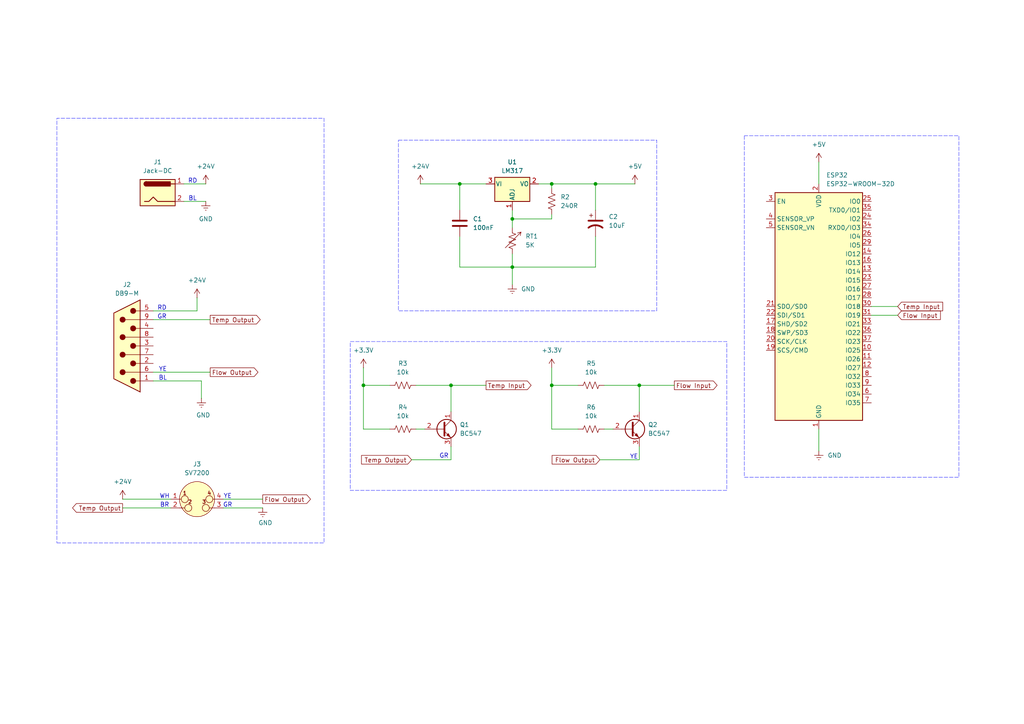
<source format=kicad_sch>
(kicad_sch (version 20250114) (generator "eeschema") (generator_version "9.0")
  (paper "A4")
  (title_block (title "Interface SV7200") (date "2025-05-13") (rev "Jorge Santos") (company "EQUIPACK | Equipamentos e Matérias Primas Industriais, LDA"))
  (lib_symbols
    (symbol "Connector:DE9_Pins" (pin_names (offset 1.016) (hide yes))
      (property "Reference" "J" (at 0 13.97 0))
      (property "Value" "DE9_Pins" (at 0 -14.605 0))
      (symbol "DE9_Pins_0_1"
        (polyline (pts (xy -3.81 10.16) (xy -2.54 10.16)))
        (polyline (pts (xy -3.81 7.62) (xy 0.508 7.62)))
        (polyline (pts (xy -3.81 5.08) (xy -2.54 5.08)))
        (polyline (pts (xy -3.81 2.54) (xy 0.508 2.54)))
        (polyline (pts (xy -3.81 0) (xy -2.54 0)))
        (polyline (pts (xy -3.81 -2.54) (xy 0.508 -2.54)))
        (polyline (pts (xy -3.81 -5.08) (xy -2.54 -5.08)))
        (polyline (pts (xy -3.81 -7.62) (xy 0.508 -7.62)))
        (polyline (pts (xy -3.81 -10.16) (xy -2.54 -10.16)))
        (polyline (pts (xy -3.81 -13.335) (xy -3.81 13.335) (xy 3.81 9.525) (xy 3.81 -9.525) (xy -3.81 -13.335)) (stroke (width 0.254)) (fill (type background)))
        (circle (center -1.778 10.16) (radius 0.762) (fill (type outline)))
        (circle (center -1.778 5.08) (radius 0.762) (fill (type outline)))
        (circle (center -1.778 0) (radius 0.762) (fill (type outline)))
        (circle (center -1.778 -5.08) (radius 0.762) (fill (type outline)))
        (circle (center -1.778 -10.16) (radius 0.762) (fill (type outline)))
        (circle (center 1.27 7.62) (radius 0.762) (fill (type outline)))
        (circle (center 1.27 2.54) (radius 0.762) (fill (type outline)))
        (circle (center 1.27 -2.54) (radius 0.762) (fill (type outline)))
        (circle (center 1.27 -7.62) (radius 0.762) (fill (type outline)))
      )
      (symbol "DE9_Pins_1_1"
        (pin passive line (at -7.62 10.16 0) (length 3.81) (name "5") (number "5"))
        (pin passive line (at -7.62 7.62 0) (length 3.81) (name "9") (number "9"))
        (pin passive line (at -7.62 5.08 0) (length 3.81) (name "4") (number "4"))
        (pin passive line (at -7.62 2.54 0) (length 3.81) (name "8") (number "8"))
        (pin passive line (at -7.62 0 0) (length 3.81) (name "3") (number "3"))
        (pin passive line (at -7.62 -2.54 0) (length 3.81) (name "7") (number "7"))
        (pin passive line (at -7.62 -5.08 0) (length 3.81) (name "2") (number "2"))
        (pin passive line (at -7.62 -7.62 0) (length 3.81) (name "6") (number "6"))
        (pin passive line (at -7.62 -10.16 0) (length 3.81) (name "1") (number "1"))
      )
    )
    (symbol "Connector:Jack-DC" (pin_names (offset 1.016))
      (property "Reference" "J" (at 0 5.334 0))
      (property "Value" "Jack-DC" (at 0 -5.08 0))
      (symbol "Jack-DC_0_1"
        (rectangle (start -5.08 3.81) (end 5.08 -3.81) (stroke (width 0.254)) (fill (type background)))
        (polyline (pts (xy -3.81 -2.54) (xy -2.54 -2.54) (xy -1.27 -1.27) (xy 0 -2.54) (xy 2.54 -2.54) (xy 5.08 -2.54)) (stroke (width 0.254)))
        (arc (start -3.302 1.905) (mid -3.9343 2.54) (end -3.302 3.175) (stroke (width 0.254)))
        (arc (start -3.302 1.905) (mid -3.9343 2.54) (end -3.302 3.175) (stroke (width 0.254)) (fill (type outline)))
        (rectangle (start 3.683 3.175) (end -3.302 1.905) (stroke (width 0.254)) (fill (type outline)))
        (polyline (pts (xy 5.08 2.54) (xy 3.81 2.54)) (stroke (width 0.254)))
      )
      (symbol "Jack-DC_1_1"
        (pin passive line (at 7.62 2.54 180) (length 2.54) (name "~") (number "1"))
        (pin passive line (at 7.62 -2.54 180) (length 2.54) (name "~") (number "2"))
      )
    )
    (symbol "Connector_Audio:XLR4" (pin_names (hide yes))
      (property "Reference" "J" (at 0 8.89 0))
      (property "Value" "XLR4" (at 0 6.35 0))
      (symbol "XLR4_0_1"
        (polyline (pts (xy -5.08 0) (xy -4.572 0)))
        (polyline (pts (xy -5.08 -2.54) (xy -4.445 -2.54)))
        (polyline (pts (xy -4.572 -2.54) (xy -3.556 -2.54)))
        (circle (center -3.556 0) (radius 1.016))
        (circle (center -2.54 -2.54) (radius 1.016))
        (circle (center 0 0) (radius 5.08) (fill (type background)))
        (circle (center 2.54 -2.54) (radius 1.016))
        (circle (center 3.556 0) (radius 1.016))
        (polyline (pts (xy 4.318 -2.54) (xy 3.556 -2.54)))
        (polyline (pts (xy 5.08 0) (xy 4.572 0)))
        (polyline (pts (xy 5.08 -2.54) (xy 4.445 -2.54)))
        (text "1" (at -3.556 1.778 0) (effects (font (size 1.016 1.016) (bold yes))))
        (text "2" (at -2.032 -0.762 0) (effects (font (size 1.016 1.016) (bold yes))))
        (text "3" (at 2.032 -0.762 0) (effects (font (size 1.016 1.016) (bold yes))))
        (text "4" (at 3.556 1.778 0) (effects (font (size 1.016 1.016) (bold yes))))
      )
      (symbol "XLR4_1_1"
        (pin passive line (at -7.62 0 0) (length 2.54) (name "~") (number "1"))
        (pin passive line (at -7.62 -2.54 0) (length 2.54) (name "~") (number "2"))
        (pin passive line (at 7.62 0 180) (length 2.54) (name "~") (number "4"))
        (pin passive line (at 7.62 -2.54 180) (length 2.54) (name "~") (number "3"))
      )
    )
    (symbol "Device:C" (pin_numbers (hide yes)) (pin_names (offset 0.254))
      (property "Reference" "C" (at 0.635 2.54 0))
      (property "Value" "C" (at 0.635 -2.54 0))
      (symbol "C_0_1"
        (polyline (pts (xy -2.032 0.762) (xy 2.032 0.762)) (stroke (width 0.508)))
        (polyline (pts (xy -2.032 -0.762) (xy 2.032 -0.762)) (stroke (width 0.508)))
      )
      (symbol "C_1_1"
        (pin passive line (at 0 3.81 270) (length 2.794) (name "~") (number "1"))
        (pin passive line (at 0 -3.81 90) (length 2.794) (name "~") (number "2"))
      )
    )
    (symbol "Device:C_Polarized_US" (pin_numbers (hide yes)) (pin_names (offset 0.254) (hide yes))
      (property "Reference" "C" (at 0.635 2.54 0))
      (property "Value" "C_Polarized_US" (at 0.635 -2.54 0))
      (symbol "C_Polarized_US_0_1"
        (polyline (pts (xy -2.032 0.762) (xy 2.032 0.762)) (stroke (width 0.508)))
        (polyline (pts (xy -1.778 2.286) (xy -0.762 2.286)))
        (polyline (pts (xy -1.27 1.778) (xy -1.27 2.794)))
        (arc (start -2.032 -1.27) (mid 0 -0.5572) (end 2.032 -1.27) (stroke (width 0.508)))
      )
      (symbol "C_Polarized_US_1_1"
        (pin passive line (at 0 3.81 270) (length 2.794) (name "~") (number "1"))
        (pin passive line (at 0 -3.81 90) (length 3.302) (name "~") (number "2"))
      )
    )
    (symbol "Device:R_US" (pin_numbers (hide yes)) (pin_names (offset 0))
      (property "Reference" "R" (at 2.54 0 90))
      (property "Value" "R_US" (at -2.54 0 90))
      (symbol "R_US_0_1"
        (polyline (pts (xy 0 2.286) (xy 0 2.54)))
        (polyline (pts (xy 0 2.286) (xy 1.016 1.905) (xy 0 1.524) (xy -1.016 1.143) (xy 0 0.762)))
        (polyline (pts (xy 0 0.762) (xy 1.016 0.381) (xy 0 0) (xy -1.016 -0.381) (xy 0 -0.762)))
        (polyline (pts (xy 0 -0.762) (xy 1.016 -1.143) (xy 0 -1.524) (xy -1.016 -1.905) (xy 0 -2.286)))
        (polyline (pts (xy 0 -2.286) (xy 0 -2.54)))
      )
      (symbol "R_US_1_1"
        (pin passive line (at 0 3.81 270) (length 1.27) (name "~") (number "1"))
        (pin passive line (at 0 -3.81 90) (length 1.27) (name "~") (number "2"))
      )
    )
    (symbol "Device:R_Variable_US" (pin_numbers (hide yes)) (pin_names (offset 0))
      (property "Reference" "R" (at 2.54 -2.54 90))
      (property "Value" "R_Variable_US" (at -2.54 -1.27 90))
      (symbol "R_Variable_US_0_1"
        (polyline (pts (xy 0 2.286) (xy 0 2.54)))
        (polyline (pts (xy 0 2.286) (xy 1.016 1.905) (xy 0 1.524) (xy -1.016 1.143) (xy 0 0.762)) (stroke (width 0.1524)))
        (polyline (pts (xy 0 0.762) (xy 1.016 0.381) (xy 0 0) (xy -1.016 -0.381) (xy 0 -0.762)))
        (polyline (pts (xy 0 -0.762) (xy 1.016 -1.143) (xy 0 -1.524) (xy -1.016 -1.905) (xy 0 -2.286)))
        (polyline (pts (xy 0 -2.286) (xy 0 -2.54)))
        (polyline (pts (xy 2.286 1.524) (xy 2.54 2.54) (xy 1.524 2.286) (xy 2.54 2.54) (xy -2.032 -2.032)) (stroke (width 0.1524)))
      )
      (symbol "R_Variable_US_1_1"
        (pin passive line (at 0 3.81 270) (length 1.27) (name "~") (number "1"))
        (pin passive line (at 0 -3.81 90) (length 1.27) (name "~") (number "2"))
      )
    )
    (symbol "RF_Module:ESP32-WROOM-32D"
      (property "Reference" "U" (at -12.7 34.29 0))
      (property "Value" "ESP32-WROOM-32D" (at 1.27 34.29 0))
      (symbol "ESP32-WROOM-32D_0_1"
        (rectangle (start -12.7 33.02) (end 12.7 -33.02) (stroke (width 0.254)) (fill (type background)))
      )
      (symbol "ESP32-WROOM-32D_1_1"
        (pin input line (at -15.24 30.48 0) (length 2.54) (name "EN") (number "3"))
        (pin input line (at -15.24 25.4 0) (length 2.54) (name "SENSOR_VP") (number "4"))
        (pin input line (at -15.24 22.86 0) (length 2.54) (name "SENSOR_VN") (number "5"))
        (pin bidirectional line (at -15.24 0 0) (length 2.54) (name "SDO/SD0") (number "21"))
        (pin bidirectional line (at -15.24 -2.54 0) (length 2.54) (name "SDI/SD1") (number "22"))
        (pin bidirectional line (at -15.24 -5.08 0) (length 2.54) (name "SHD/SD2") (number "17"))
        (pin bidirectional line (at -15.24 -7.62 0) (length 2.54) (name "SWP/SD3") (number "18"))
        (pin bidirectional line (at -15.24 -10.16 0) (length 2.54) (name "SCK/CLK") (number "20"))
        (pin bidirectional line (at -15.24 -12.7 0) (length 2.54) (name "SCS/CMD") (number "19"))
        (pin no_connect line (at -12.7 -27.94 0) (length 2.54) (hide yes) (name "NC") (number "32"))
        (pin power_in line (at 0 35.56 270) (length 2.54) (name "VDD") (number "2"))
        (pin power_in line (at 0 -35.56 90) (length 2.54) (name "GND") (number "1"))
        (pin passive line (at 0 -35.56 90) (length 2.54) (hide yes) (name "GND") (number "15"))
        (pin passive line (at 0 -35.56 90) (length 2.54) (hide yes) (name "GND") (number "38"))
        (pin passive line (at 0 -35.56 90) (length 2.54) (hide yes) (name "GND") (number "39"))
        (pin bidirectional line (at 15.24 30.48 180) (length 2.54) (name "IO0") (number "25"))
        (pin bidirectional line (at 15.24 27.94 180) (length 2.54) (name "TXD0/IO1") (number "35"))
        (pin bidirectional line (at 15.24 25.4 180) (length 2.54) (name "IO2") (number "24"))
        (pin bidirectional line (at 15.24 22.86 180) (length 2.54) (name "RXD0/IO3") (number "34"))
        (pin bidirectional line (at 15.24 20.32 180) (length 2.54) (name "IO4") (number "26"))
        (pin bidirectional line (at 15.24 17.78 180) (length 2.54) (name "IO5") (number "29"))
        (pin bidirectional line (at 15.24 15.24 180) (length 2.54) (name "IO12") (number "14"))
        (pin bidirectional line (at 15.24 12.7 180) (length 2.54) (name "IO13") (number "16"))
        (pin bidirectional line (at 15.24 10.16 180) (length 2.54) (name "IO14") (number "13"))
        (pin bidirectional line (at 15.24 7.62 180) (length 2.54) (name "IO15") (number "23"))
        (pin bidirectional line (at 15.24 5.08 180) (length 2.54) (name "IO16") (number "27"))
        (pin bidirectional line (at 15.24 2.54 180) (length 2.54) (name "IO17") (number "28"))
        (pin bidirectional line (at 15.24 0 180) (length 2.54) (name "IO18") (number "30"))
        (pin bidirectional line (at 15.24 -2.54 180) (length 2.54) (name "IO19") (number "31"))
        (pin bidirectional line (at 15.24 -5.08 180) (length 2.54) (name "IO21") (number "33"))
        (pin bidirectional line (at 15.24 -7.62 180) (length 2.54) (name "IO22") (number "36"))
        (pin bidirectional line (at 15.24 -10.16 180) (length 2.54) (name "IO23") (number "37"))
        (pin bidirectional line (at 15.24 -12.7 180) (length 2.54) (name "IO25") (number "10"))
        (pin bidirectional line (at 15.24 -15.24 180) (length 2.54) (name "IO26") (number "11"))
        (pin bidirectional line (at 15.24 -17.78 180) (length 2.54) (name "IO27") (number "12"))
        (pin bidirectional line (at 15.24 -20.32 180) (length 2.54) (name "IO32") (number "8"))
        (pin bidirectional line (at 15.24 -22.86 180) (length 2.54) (name "IO33") (number "9"))
        (pin input line (at 15.24 -25.4 180) (length 2.54) (name "IO34") (number "6"))
        (pin input line (at 15.24 -27.94 180) (length 2.54) (name "IO35") (number "7"))
      )
    )
    (symbol "Regulator_Linear:LM317_TO-220" (pin_names (offset 0.254))
      (property "Reference" "U" (at -3.81 3.175 0))
      (property "Value" "LM317_TO-220" (at 0 3.175 0))
      (symbol "LM317_TO-220_0_1"
        (rectangle (start -5.08 1.905) (end 5.08 -5.08) (stroke (width 0.254)) (fill (type background)))
      )
      (symbol "LM317_TO-220_1_1"
        (pin power_in line (at -7.62 0 0) (length 2.54) (name "VI") (number "3"))
        (pin input line (at 0 -7.62 90) (length 2.54) (name "ADJ") (number "1"))
        (pin power_out line (at 7.62 0 180) (length 2.54) (name "VO") (number "2"))
      )
    )
    (symbol "Transistor_BJT:BC547" (pin_names (offset 0) (hide yes))
      (property "Reference" "Q" (at 5.08 1.905 0))
      (property "Value" "BC547" (at 5.08 0 0))
      (symbol "BC547_0_1"
        (polyline (pts (xy -2.54 0) (xy 0.635 0)))
        (polyline (pts (xy 0.635 1.905) (xy 0.635 -1.905)) (stroke (width 0.508)))
        (circle (center 1.27 0) (radius 2.8194) (stroke (width 0.254)))
      )
      (symbol "BC547_1_1"
        (polyline (pts (xy 0.635 0.635) (xy 2.54 2.54)))
        (polyline (pts (xy 0.635 -0.635) (xy 2.54 -2.54)))
        (polyline (pts (xy 1.27 -1.778) (xy 1.778 -1.27) (xy 2.286 -2.286) (xy 1.27 -1.778)) (fill (type outline)))
        (pin input line (at -5.08 0 0) (length 2.54) (name "B") (number "2"))
        (pin passive line (at 2.54 5.08 270) (length 2.54) (name "C") (number "1"))
        (pin passive line (at 2.54 -5.08 90) (length 2.54) (name "E") (number "3"))
      )
    )
    (symbol "power:+24V" (power) (pin_numbers (hide yes)) (pin_names (offset 0) (hide yes))
      (property "Value" "+24V" (at 0 3.556 0))
      (symbol "+24V_0_1"
        (polyline (pts (xy -0.762 1.27) (xy 0 2.54)))
        (polyline (pts (xy 0 2.54) (xy 0.762 1.27)))
        (polyline (pts (xy 0 0) (xy 0 2.54)))
      )
      (symbol "+24V_1_1"
        (pin power_in line (at 0 0 90) (length 0) (name "~") (number "1"))
      )
    )
    (symbol "power:+3.3V" (power) (pin_numbers (hide yes)) (pin_names (offset 0) (hide yes))
      (property "Value" "+3.3V" (at 0 3.556 0))
      (symbol "+3.3V_0_1"
        (polyline (pts (xy -0.762 1.27) (xy 0 2.54)))
        (polyline (pts (xy 0 2.54) (xy 0.762 1.27)))
        (polyline (pts (xy 0 0) (xy 0 2.54)))
      )
      (symbol "+3.3V_1_1"
        (pin power_in line (at 0 0 90) (length 0) (name "~") (number "1"))
      )
    )
    (symbol "power:+5V" (power) (pin_numbers (hide yes)) (pin_names (offset 0) (hide yes))
      (property "Value" "+5V" (at 0 3.556 0))
      (symbol "+5V_0_1"
        (polyline (pts (xy -0.762 1.27) (xy 0 2.54)))
        (polyline (pts (xy 0 2.54) (xy 0.762 1.27)))
        (polyline (pts (xy 0 0) (xy 0 2.54)))
      )
      (symbol "+5V_1_1"
        (pin power_in line (at 0 0 90) (length 0) (name "~") (number "1"))
      )
    )
    (symbol "power:GNDREF" (power) (pin_numbers (hide yes)) (pin_names (offset 0) (hide yes))
      (property "Value" "GNDREF" (at 0 -3.81 0))
      (symbol "GNDREF_0_1"
        (polyline (pts (xy -0.635 -1.905) (xy 0.635 -1.905)))
        (polyline (pts (xy -0.127 -2.54) (xy 0.127 -2.54)))
        (polyline (pts (xy 0 -1.27) (xy 0 0)))
        (polyline (pts (xy 1.27 -1.27) (xy -1.27 -1.27)))
      )
      (symbol "GNDREF_1_1"
        (pin power_in line (at 0 0 270) (length 0) (name "~") (number "1"))
      )
    )
  )
  (text "GR" (at 128.778 132.334 0) (effects (font (size 1.27 1.27))))
  (text "GR" (at 46.99 91.948 0) (effects (font (size 1.27 1.27))))
  (text "BL" (at 47.244 109.728 0) (effects (font (size 1.27 1.27))))
  (text "WH" (at 47.752 144.018 0) (effects (font (size 1.27 1.27))))
  (text "GR" (at 66.04 146.558 0) (effects (font (size 1.27 1.27))))
  (text "BR" (at 47.752 146.558 0) (effects (font (size 1.27 1.27))))
  (text "RD" (at 55.88 52.578 0) (effects (font (size 1.27 1.27))))
  (text "RD" (at 46.99 89.408 0) (effects (font (size 1.27 1.27))))
  (text "YE" (at 66.04 144.018 0) (effects (font (size 1.27 1.27))))
  (text "YE" (at 183.896 132.588 0) (effects (font (size 1.27 1.27))))
  (text "YE" (at 47.244 107.188 0) (effects (font (size 1.27 1.27))))
  (text "BL" (at 55.88 57.658 0) (effects (font (size 1.27 1.27))))
  (junction (at 133.35 53.34))
  (junction (at 105.41 111.76))
  (junction (at 185.42 111.76))
  (junction (at 172.72 53.34))
  (junction (at 148.59 63.5))
  (junction (at 130.81 111.76))
  (junction (at 148.59 77.47))
  (junction (at 160.02 111.76))
  (junction (at 160.02 53.34))
  (wire (pts (xy 57.15 86.36) (xy 57.15 90.17)))
  (wire (pts (xy 60.96 92.71) (xy 44.45 92.71)))
  (wire (pts (xy 173.99 133.35) (xy 185.42 133.35)))
  (wire (pts (xy 130.81 111.76) (xy 140.97 111.76)))
  (wire (pts (xy 133.35 60.96) (xy 133.35 53.34)))
  (wire (pts (xy 60.96 107.95) (xy 44.45 107.95)))
  (wire (pts (xy 133.35 68.58) (xy 133.35 77.47)))
  (wire (pts (xy 105.41 111.76) (xy 105.41 106.68)))
  (wire (pts (xy 160.02 124.46) (xy 160.02 111.76)))
  (wire (pts (xy 133.35 53.34) (xy 140.97 53.34)))
  (wire (pts (xy 35.56 144.78) (xy 49.53 144.78)))
  (wire (pts (xy 175.26 111.76) (xy 185.42 111.76)))
  (wire (pts (xy 113.03 124.46) (xy 105.41 124.46)))
  (wire (pts (xy 237.49 46.99) (xy 237.49 53.34)))
  (wire (pts (xy 172.72 53.34) (xy 184.15 53.34)))
  (wire (pts (xy 172.72 77.47) (xy 172.72 68.58)))
  (wire (pts (xy 148.59 82.55) (xy 148.59 77.47)))
  (wire (pts (xy 120.65 111.76) (xy 130.81 111.76)))
  (wire (pts (xy 121.92 53.34) (xy 133.35 53.34)))
  (wire (pts (xy 44.45 110.49) (xy 58.42 110.49)))
  (wire (pts (xy 53.34 53.34) (xy 59.69 53.34)))
  (wire (pts (xy 133.35 77.47) (xy 148.59 77.47)))
  (wire (pts (xy 160.02 53.34) (xy 172.72 53.34)))
  (wire (pts (xy 119.38 133.35) (xy 130.81 133.35)))
  (wire (pts (xy 59.69 58.42) (xy 53.34 58.42)))
  (wire (pts (xy 167.64 124.46) (xy 160.02 124.46)))
  (wire (pts (xy 260.35 91.44) (xy 252.73 91.44)))
  (wire (pts (xy 76.2 144.78) (xy 64.77 144.78)))
  (wire (pts (xy 185.42 111.76) (xy 195.58 111.76)))
  (wire (pts (xy 148.59 73.66) (xy 148.59 77.47)))
  (wire (pts (xy 130.81 111.76) (xy 130.81 119.38)))
  (wire (pts (xy 237.49 130.81) (xy 237.49 124.46)))
  (wire (pts (xy 160.02 63.5) (xy 148.59 63.5)))
  (wire (pts (xy 160.02 111.76) (xy 160.02 106.68)))
  (wire (pts (xy 120.65 124.46) (xy 123.19 124.46)))
  (wire (pts (xy 57.15 90.17) (xy 44.45 90.17)))
  (wire (pts (xy 35.56 147.32) (xy 49.53 147.32)))
  (wire (pts (xy 76.2 147.32) (xy 64.77 147.32)))
  (wire (pts (xy 130.81 133.35) (xy 130.81 129.54)))
  (wire (pts (xy 105.41 111.76) (xy 113.03 111.76)))
  (wire (pts (xy 160.02 111.76) (xy 167.64 111.76)))
  (wire (pts (xy 185.42 133.35) (xy 185.42 129.54)))
  (wire (pts (xy 105.41 124.46) (xy 105.41 111.76)))
  (wire (pts (xy 58.42 110.49) (xy 58.42 115.57)))
  (wire (pts (xy 160.02 62.23) (xy 160.02 63.5)))
  (wire (pts (xy 148.59 63.5) (xy 148.59 60.96)))
  (wire (pts (xy 160.02 54.61) (xy 160.02 53.34)))
  (wire (pts (xy 148.59 66.04) (xy 148.59 63.5)))
  (wire (pts (xy 160.02 53.34) (xy 156.21 53.34)))
  (wire (pts (xy 148.59 77.47) (xy 172.72 77.47)))
  (wire (pts (xy 185.42 111.76) (xy 185.42 119.38)))
  (wire (pts (xy 175.26 124.46) (xy 177.8 124.46)))
  (wire (pts (xy 260.35 88.9) (xy 252.73 88.9)))
  (wire (pts (xy 172.72 53.34) (xy 172.72 60.96)))
  (global_label "Flow Output" (shape output) (at 60.96 107.95 0) (property "Intersheetrefs" "${INTERSHEET_REFS}" (effects (hide yes))))
  (global_label "Temp Input" (shape input) (at 260.35 88.9 0) (property "Intersheetrefs" "${INTERSHEET_REFS}" (effects (hide yes))))
  (global_label "Temp Input" (shape output) (at 140.97 111.76 0) (property "Intersheetrefs" "${INTERSHEET_REFS}" (effects (hide yes))))
  (global_label "Temp Output" (shape input) (at 119.38 133.35 180) (property "Intersheetrefs" "${INTERSHEET_REFS}" (effects (hide yes))))
  (global_label "Flow Input" (shape output) (at 195.58 111.76 0) (property "Intersheetrefs" "${INTERSHEET_REFS}" (effects (hide yes))))
  (global_label "Flow Output" (shape output) (at 76.2 144.78 0) (property "Intersheetrefs" "${INTERSHEET_REFS}" (effects (hide yes))))
  (global_label "Temp Output" (shape output) (at 60.96 92.71 0) (property "Intersheetrefs" "${INTERSHEET_REFS}" (effects (hide yes))))
  (global_label "Temp Output" (shape output) (at 35.56 147.32 180) (property "Intersheetrefs" "${INTERSHEET_REFS}" (effects (hide yes))))
  (global_label "Flow Input" (shape input) (at 260.35 91.44 0) (property "Intersheetrefs" "${INTERSHEET_REFS}" (effects (hide yes))))
  (global_label "Flow Output" (shape input) (at 173.99 133.35 180) (property "Intersheetrefs" "${INTERSHEET_REFS}" (effects (hide yes))))
  (rule_area (polyline (pts (xy 115.57 40.64) (xy 190.5 40.64) (xy 190.5 90.17) (xy 115.57 90.17)) (stroke (width 0.1016) (type dash) (color 0 0 255 1))))
  (rule_area (polyline (pts (xy 101.6 99.06) (xy 210.82 99.06) (xy 210.82 142.24) (xy 209.55 142.24) (xy 101.6 142.24)) (stroke (width 0.1016) (type dash) (color 0 0 255 1))))
  (rule_area (polyline (pts (xy 215.9 39.37) (xy 215.9 138.43) (xy 278.13 138.43) (xy 278.13 39.37)) (stroke (width 0.1016) (type dash) (color 0 0 255 1))))
  (rule_area (polyline (pts (xy 16.51 157.48) (xy 93.98 157.48) (xy 93.98 34.29) (xy 92.71 34.29) (xy 16.51 34.29)) (stroke (width 0.1016) (type dash) (color 0 0 255 1))))
  (symbol (lib_id "Device:R_Variable_US") (at 148.59 69.85 0) (unit 1)
    (property "Reference" "RT1" (at 152.4 68.5418 0) (effects (justify left)))
    (property "Value" "5K" (at 152.4 71.0818 0) (effects (justify left)))
    (property "Description" "Variable resistor, US symbol" (effects (hide yes)))
  )
  (symbol (lib_id "power:+24V") (at 59.69 53.34 0) (unit 1)
    (property "Reference" "#PWR010" (effects (hide yes)))
    (property "Value" "+24V" (at 59.69 48.26 0))
    (property "Description" "Power symbol creates a global label with name \"+24V\"" (effects (hide yes)))
  )
  (symbol (lib_id "power:+24V") (at 35.56 144.78 0) (unit 1)
    (property "Reference" "#PWR06" (effects (hide yes)))
    (property "Value" "+24V" (at 35.56 139.7 0))
    (property "Description" "Power symbol creates a global label with name \"+24V\"" (effects (hide yes)))
  )
  (symbol (lib_id "Regulator_Linear:LM317_TO-220") (at 148.59 53.34 0) (unit 1)
    (property "Reference" "U1" (at 148.59 46.99 0))
    (property "Value" "LM317" (at 148.59 49.53 0))
    (property "Footprint" "Package_TO_SOT_THT:TO-220-3_Vertical" (effects (hide yes)))
    (property "Datasheet" "http://www.ti.com/lit/ds/symlink/lm317.pdf" (effects (hide yes)))
    (property "Description" "1.5A 35V Adjustable Linear Regulator, TO-220" (effects (hide yes)))
  )
  (symbol (lib_id "Device:C_Polarized_US") (at 172.72 64.77 0) (unit 1)
    (property "Reference" "C2" (at 176.53 62.8649 0) (effects (justify left)))
    (property "Value" "10uF" (at 176.53 65.4049 0) (effects (justify left)))
    (property "Description" "Polarized capacitor, US symbol" (effects (hide yes)))
  )
  (symbol (lib_id "power:+3.3V") (at 160.02 106.68 0) (unit 1)
    (property "Reference" "#PWR05" (effects (hide yes)))
    (property "Value" "+3.3V" (at 160.02 101.6 0))
    (property "Description" "Power symbol creates a global label with name \"+3.3V\"" (effects (hide yes)))
  )
  (symbol (lib_id "power:GNDREF") (at 76.2 147.32 0) (unit 1)
    (property "Reference" "#PWR07" (effects (hide yes)))
    (property "Value" "GND" (at 74.93 151.638 0) (effects (justify left)))
    (property "Description" "Power symbol creates a global label with name \"GNDREF\" , reference supply ground" (effects (hide yes)))
  )
  (symbol (lib_id "power:+24V") (at 57.15 86.36 0) (unit 1)
    (property "Reference" "#PWR012" (effects (hide yes)))
    (property "Value" "+24V" (at 57.15 81.28 0))
    (property "Description" "Power symbol creates a global label with name \"+24V\"" (effects (hide yes)))
  )
  (symbol (lib_id "RF_Module:ESP32-WROOM-32D") (at 237.49 88.9 0) (unit 1)
    (property "Reference" "ESP32" (at 239.6333 50.8 0) (effects (justify left)))
    (property "Value" "ESP32-WROOM-32D" (at 239.6333 53.34 0) (effects (justify left)))
    (property "Footprint" "RF_Module:ESP32-WROOM-32D" (effects (hide yes)))
    (property "Datasheet" "https://www.espressif.com/sites/default/files/documentation/esp32-wroom-32d_esp32-wroom-32u_datasheet_en.pdf" (effects (hide yes)))
    (property "Description" "RF Module, ESP32-D0WD SoC, Wi-Fi 802.11b/g/n, Bluetooth, BLE, 32-bit, 2.7-3.6V, onboard antenna, SMD" (effects (hide yes)))
  )
  (symbol (lib_id "Device:C") (at 133.35 64.77 0) (unit 1)
    (property "Reference" "C1" (at 137.16 63.4999 0) (effects (justify left)))
    (property "Value" "100nF" (at 137.16 66.0399 0) (effects (justify left)))
    (property "Description" "Unpolarized capacitor" (effects (hide yes)))
  )
  (symbol (lib_id "Connector:DE9_Pins") (at 36.83 100.33 0) (mirror y) (unit 1)
    (property "Reference" "J2" (at 36.83 82.55 0))
    (property "Value" "DB9-M" (at 36.83 85.09 0))
    (property "Description" "9-pin D-SUB connector, pins (male)" (effects (hide yes)))
  )
  (symbol (lib_id "Connector:Jack-DC") (at 45.72 55.88 0) (unit 1)
    (property "Reference" "J1" (at 45.72 46.99 0))
    (property "Value" "Jack-DC" (at 45.72 49.53 0))
    (property "Description" "DC Barrel Jack" (effects (hide yes)))
  )
  (symbol (lib_id "power:GNDREF") (at 58.42 115.57 0) (unit 1)
    (property "Reference" "#PWR013" (effects (hide yes)))
    (property "Value" "GND" (at 56.896 120.396 0) (effects (justify left)))
    (property "Description" "Power symbol creates a global label with name \"GNDREF\" , reference supply ground" (effects (hide yes)))
  )
  (symbol (lib_id "power:+5V") (at 237.49 46.99 0) (unit 1)
    (property "Reference" "#PWR08" (effects (hide yes)))
    (property "Value" "+5V" (at 237.49 41.91 0))
    (property "Description" "Power symbol creates a global label with name \"+5V\"" (effects (hide yes)))
  )
  (symbol (lib_id "Transistor_BJT:BC547") (at 182.88 124.46 0) (unit 1)
    (property "Reference" "Q2" (at 187.96 123.1899 0) (effects (justify left)))
    (property "Value" "BC547" (at 187.96 125.7299 0) (effects (justify left)))
    (property "Footprint" "Package_TO_SOT_THT:TO-92_Inline" (effects (hide yes)))
    (property "Datasheet" "https://www.onsemi.com/pub/Collateral/BC550-D.pdf" (effects (hide yes)))
    (property "Description" "0.1A Ic, 45V Vce, Small Signal NPN Transistor, TO-92" (effects (hide yes)))
  )
  (symbol (lib_id "power:+3.3V") (at 105.41 106.68 0) (unit 1)
    (property "Reference" "#PWR04" (effects (hide yes)))
    (property "Value" "+3.3V" (at 105.41 101.6 0))
    (property "Description" "Power symbol creates a global label with name \"+3.3V\"" (effects (hide yes)))
  )
  (symbol (lib_id "power:+5V") (at 184.15 53.34 0) (unit 1)
    (property "Reference" "#PWR03" (effects (hide yes)))
    (property "Value" "+5V" (at 184.15 48.26 0))
    (property "Description" "Power symbol creates a global label with name \"+5V\"" (effects (hide yes)))
  )
  (symbol (lib_id "Transistor_BJT:BC547") (at 128.27 124.46 0) (unit 1)
    (property "Reference" "Q1" (at 133.35 123.1899 0) (effects (justify left)))
    (property "Value" "BC547" (at 133.35 125.7299 0) (effects (justify left)))
    (property "Footprint" "Package_TO_SOT_THT:TO-92_Inline" (effects (hide yes)))
    (property "Datasheet" "https://www.onsemi.com/pub/Collateral/BC550-D.pdf" (effects (hide yes)))
    (property "Description" "0.1A Ic, 45V Vce, Small Signal NPN Transistor, TO-92" (effects (hide yes)))
  )
  (symbol (lib_id "power:GNDREF") (at 237.49 130.81 0) (unit 1)
    (property "Reference" "#PWR09" (effects (hide yes)))
    (property "Value" "GND" (at 240.03 132.0799 0) (effects (justify left)))
    (property "Description" "Power symbol creates a global label with name \"GNDREF\" , reference supply ground" (effects (hide yes)))
  )
  (symbol (lib_id "Connector_Audio:XLR4") (at 57.15 144.78 0) (unit 1)
    (property "Reference" "J3" (at 57.15 134.62 0))
    (property "Value" "SV7200" (at 57.15 137.16 0))
    (property "Description" "XLR Connector, Male or Female, 4 Pins" (effects (hide yes)))
  )
  (symbol (lib_id "power:GNDREF") (at 59.69 58.42 0) (unit 1)
    (property "Reference" "#PWR011" (effects (hide yes)))
    (property "Value" "GND" (at 59.69 63.5 0))
    (property "Description" "Power symbol creates a global label with name \"GNDREF\" , reference supply ground" (effects (hide yes)))
  )
  (symbol (lib_id "power:GNDREF") (at 148.59 82.55 0) (unit 1)
    (property "Reference" "#PWR01" (effects (hide yes)))
    (property "Value" "GND" (at 151.13 83.8199 0) (effects (justify left)))
    (property "Description" "Power symbol creates a global label with name \"GNDREF\" , reference supply ground" (effects (hide yes)))
  )
  (symbol (lib_id "power:+24V") (at 121.92 53.34 0) (unit 1)
    (property "Reference" "#PWR02" (effects (hide yes)))
    (property "Value" "+24V" (at 121.92 48.26 0))
    (property "Description" "Power symbol creates a global label with name \"+24V\"" (effects (hide yes)))
  )
  (symbol (lib_id "Device:R_US") (at 171.45 124.46 90) (unit 1)
    (property "Reference" "R6" (at 171.45 118.11 90))
    (property "Value" "10k" (at 171.45 120.65 90))
    (property "Description" "Resistor, US symbol" (effects (hide yes)))
  )
  (symbol (lib_id "Device:R_US") (at 171.45 111.76 270) (unit 1)
    (property "Reference" "R5" (at 171.45 105.41 90))
    (property "Value" "10k" (at 171.45 107.95 90))
    (property "Description" "Resistor, US symbol" (effects (hide yes)))
  )
  (symbol (lib_id "Device:R_US") (at 116.84 124.46 90) (unit 1)
    (property "Reference" "R4" (at 116.84 118.11 90))
    (property "Value" "10k" (at 116.84 120.65 90))
    (property "Description" "Resistor, US symbol" (effects (hide yes)))
  )
  (symbol (lib_id "Device:R_US") (at 160.02 58.42 0) (unit 1)
    (property "Reference" "R2" (at 162.56 57.1499 0) (effects (justify left)))
    (property "Value" "240R" (at 162.56 59.6899 0) (effects (justify left)))
    (property "Description" "Resistor, US symbol" (effects (hide yes)))
  )
  (symbol (lib_id "Device:R_US") (at 116.84 111.76 270) (unit 1)
    (property "Reference" "R3" (at 116.84 105.41 90))
    (property "Value" "10k" (at 116.84 107.95 90))
    (property "Description" "Resistor, US symbol" (effects (hide yes)))
  )
)
</source>
